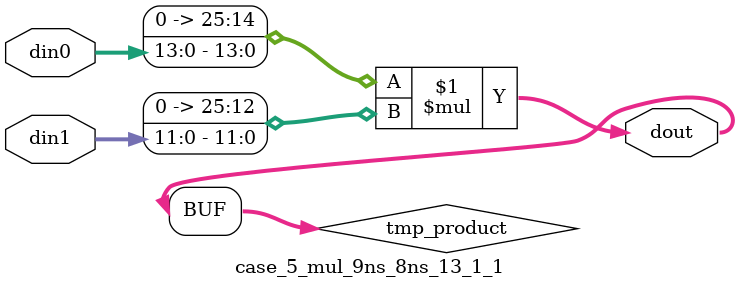
<source format=v>

`timescale 1 ns / 1 ps

 (* use_dsp = "no" *)  module case_5_mul_9ns_8ns_13_1_1(din0, din1, dout);
parameter ID = 1;
parameter NUM_STAGE = 0;
parameter din0_WIDTH = 14;
parameter din1_WIDTH = 12;
parameter dout_WIDTH = 26;

input [din0_WIDTH - 1 : 0] din0; 
input [din1_WIDTH - 1 : 0] din1; 
output [dout_WIDTH - 1 : 0] dout;

wire signed [dout_WIDTH - 1 : 0] tmp_product;
























assign tmp_product = $signed({1'b0, din0}) * $signed({1'b0, din1});











assign dout = tmp_product;





















endmodule

</source>
